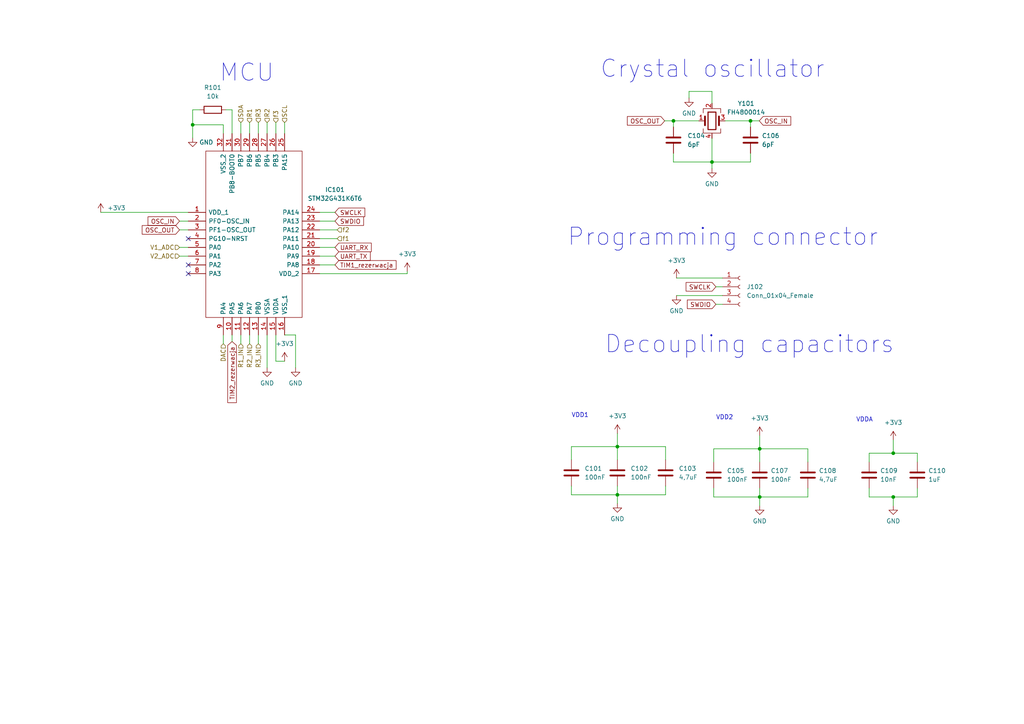
<source format=kicad_sch>
(kicad_sch (version 20211123) (generator eeschema)
  (paper "A4")
  (lib_symbols
    (symbol "Connector:Conn_01x04_Female" (pin_names (offset 1.016) hide)
      (property "Reference" "J" (at 0 5.08 0))
      (property "Value" "Conn_01x04_Female" (at 0 -7.62 0))
      (symbol "Conn_01x04_Female_1_1"
        (arc (start 0 -4.572) (mid -0.508 -5.08) (end 0 -5.588) (stroke (width 0.1524)))
        (arc (start 0 -2.032) (mid -0.508 -2.54) (end 0 -3.048) (stroke (width 0.1524)))
        (polyline (pts (xy -1.27 -5.08) (xy -0.508 -5.08)) (stroke (width 0.1524)))
        (polyline (pts (xy -1.27 -2.54) (xy -0.508 -2.54)) (stroke (width 0.1524)))
        (polyline (pts (xy -1.27 0) (xy -0.508 0)) (stroke (width 0.1524)))
        (polyline (pts (xy -1.27 2.54) (xy -0.508 2.54)) (stroke (width 0.1524)))
        (arc (start 0 0.508) (mid -0.508 0) (end 0 -0.508) (stroke (width 0.1524)))
        (arc (start 0 3.048) (mid -0.508 2.54) (end 0 2.032) (stroke (width 0.1524)))
        (pin passive line (at -5.08 2.54 0) (length 3.81) (name "Pin_1") (number "1"))
        (pin passive line (at -5.08 0 0) (length 3.81) (name "Pin_2") (number "2"))
        (pin passive line (at -5.08 -2.54 0) (length 3.81) (name "Pin_3") (number "3"))
        (pin passive line (at -5.08 -5.08 0) (length 3.81) (name "Pin_4") (number "4"))
      )
    )
    (symbol "Device:C" (pin_numbers hide) (pin_names (offset 0.254))
      (property "Reference" "C" (at 0.635 2.54 0))
      (property "Value" "C" (at 0.635 -2.54 0))
      (symbol "C_0_1"
        (polyline (pts (xy -2.032 -0.762) (xy 2.032 -0.762)) (stroke (width 0.508)))
        (polyline (pts (xy -2.032 0.762) (xy 2.032 0.762)) (stroke (width 0.508)))
      )
      (symbol "C_1_1"
        (pin passive line (at 0 3.81 270) (length 2.794) (name "~") (number "1"))
        (pin passive line (at 0 -3.81 90) (length 2.794) (name "~") (number "2"))
      )
    )
    (symbol "Device:Crystal_GND23" (pin_names (offset 1.016) hide)
      (property "Reference" "Y?" (at 10.668 3.5814 0))
      (property "Value" "Crystal_GND23" (at 12.7 1.27 0))
      (symbol "Crystal_GND23_0_1"
        (rectangle (start -1.143 2.54) (end 1.143 -2.54) (stroke (width 0.3048)))
        (polyline (pts (xy -2.54 0) (xy -2.032 0)))
        (polyline (pts (xy -2.032 -1.27) (xy -2.032 1.27)) (stroke (width 0.508)))
        (polyline (pts (xy 0 -3.81) (xy 0 -3.556)))
        (polyline (pts (xy 0 3.556) (xy 0 3.81)))
        (polyline (pts (xy 2.032 -1.27) (xy 2.032 1.27)) (stroke (width 0.508)))
        (polyline (pts (xy 2.032 0) (xy 2.54 0)))
        (polyline (pts (xy -2.54 -2.286) (xy -2.54 -3.556) (xy 2.54 -3.556) (xy 2.54 -2.286)))
        (polyline (pts (xy -2.54 2.286) (xy -2.54 3.556) (xy 2.54 3.556) (xy 2.54 2.286)))
      )
      (symbol "Crystal_GND23_1_1"
        (pin passive line (at -3.81 0 0) (length 1.27) (name "1") (number "1"))
        (pin passive line (at 0 5.08 270) (length 1.27) (name "2") (number "2"))
        (pin passive line (at 3.81 0 180) (length 1.27) (name "3") (number "3"))
        (pin passive line (at 0 -5.08 90) (length 1.27) (name "4") (number "4"))
      )
    )
    (symbol "Device:R" (pin_numbers hide) (pin_names (offset 0))
      (property "Reference" "R" (at 2.032 0 90))
      (property "Value" "R" (at 0 0 90))
      (symbol "R_0_1"
        (rectangle (start -1.016 -2.54) (end 1.016 2.54) (stroke (width 0.254)))
      )
      (symbol "R_1_1"
        (pin passive line (at 0 3.81 270) (length 1.27) (name "~") (number "1"))
        (pin passive line (at 0 -3.81 90) (length 1.27) (name "~") (number "2"))
      )
    )
    (symbol "SamacSys_Parts:STM32G431K6T6" (pin_names (offset 0.762))
      (property "Reference" "IC" (at 34.29 22.86 0))
      (property "Value" "STM32G431K6T6" (at 34.29 20.32 0))
      (symbol "STM32G431K6T6_0_0"
        (pin passive line (at 0 0 0) (length 5.08) (name "VDD_1") (number "1"))
        (pin passive line (at 12.7 -35.56 90) (length 5.08) (name "PA5") (number "10"))
        (pin passive line (at 15.24 -35.56 90) (length 5.08) (name "PA6") (number "11"))
        (pin passive line (at 17.78 -35.56 90) (length 5.08) (name "PA7") (number "12"))
        (pin passive line (at 20.32 -35.56 90) (length 5.08) (name "PB0") (number "13"))
        (pin passive line (at 22.86 -35.56 90) (length 5.08) (name "VSSA") (number "14"))
        (pin passive line (at 25.4 -35.56 90) (length 5.08) (name "VDDA") (number "15"))
        (pin passive line (at 27.94 -35.56 90) (length 5.08) (name "VSS_1") (number "16"))
        (pin passive line (at 38.1 -17.78 180) (length 5.08) (name "VDD_2") (number "17"))
        (pin passive line (at 38.1 -15.24 180) (length 5.08) (name "PA8") (number "18"))
        (pin passive line (at 38.1 -12.7 180) (length 5.08) (name "PA9") (number "19"))
        (pin passive line (at 0 -2.54 0) (length 5.08) (name "PF0-OSC_IN") (number "2"))
        (pin passive line (at 38.1 -10.16 180) (length 5.08) (name "PA10") (number "20"))
        (pin passive line (at 38.1 -7.62 180) (length 5.08) (name "PA11") (number "21"))
        (pin passive line (at 38.1 -5.08 180) (length 5.08) (name "PA12") (number "22"))
        (pin passive line (at 38.1 -2.54 180) (length 5.08) (name "PA13") (number "23"))
        (pin passive line (at 38.1 0 180) (length 5.08) (name "PA14") (number "24"))
        (pin passive line (at 27.94 22.86 270) (length 5.08) (name "PA15") (number "25"))
        (pin passive line (at 25.4 22.86 270) (length 5.08) (name "PB3") (number "26"))
        (pin passive line (at 22.86 22.86 270) (length 5.08) (name "PB4") (number "27"))
        (pin passive line (at 20.32 22.86 270) (length 5.08) (name "PB5") (number "28"))
        (pin passive line (at 17.78 22.86 270) (length 5.08) (name "PB6") (number "29"))
        (pin passive line (at 0 -5.08 0) (length 5.08) (name "PF1-OSC_OUT") (number "3"))
        (pin passive line (at 15.24 22.86 270) (length 5.08) (name "PB7") (number "30"))
        (pin passive line (at 12.7 22.86 270) (length 5.08) (name "PB8-BOOT0") (number "31"))
        (pin passive line (at 10.16 22.86 270) (length 5.08) (name "VSS_2") (number "32"))
        (pin passive line (at 0 -7.62 0) (length 5.08) (name "PG10-NRST") (number "4"))
        (pin passive line (at 0 -10.16 0) (length 5.08) (name "PA0") (number "5"))
        (pin passive line (at 0 -12.7 0) (length 5.08) (name "PA1") (number "6"))
        (pin passive line (at 0 -15.24 0) (length 5.08) (name "PA2") (number "7"))
        (pin passive line (at 0 -17.78 0) (length 5.08) (name "PA3") (number "8"))
        (pin passive line (at 10.16 -35.56 90) (length 5.08) (name "PA4") (number "9"))
      )
      (symbol "STM32G431K6T6_0_1"
        (polyline (pts (xy 5.08 17.78) (xy 33.02 17.78) (xy 33.02 -30.48) (xy 5.08 -30.48) (xy 5.08 17.78)) (stroke (width 0.1524)))
      )
    )
    (symbol "power:+3V3" (power) (pin_names (offset 0))
      (property "Value" "+3V3" (at 0 3.556 0))
      (symbol "+3V3_0_1"
        (polyline (pts (xy -0.762 1.27) (xy 0 2.54)))
        (polyline (pts (xy 0 0) (xy 0 2.54)))
        (polyline (pts (xy 0 2.54) (xy 0.762 1.27)))
      )
      (symbol "+3V3_1_1"
        (pin power_in line (at 0 0 90) (length 0) hide (name "+3V3") (number "1"))
      )
    )
    (symbol "power:GND" (power) (pin_names (offset 0))
      (property "Value" "GND" (at 0 -3.81 0))
      (symbol "GND_0_1"
        (polyline (pts (xy 0 0) (xy 0 -1.27) (xy 1.27 -1.27) (xy 0 -2.54) (xy -1.27 -1.27) (xy 0 -1.27)))
      )
      (symbol "GND_1_1"
        (pin power_in line (at 0 0 270) (length 0) hide (name "GND") (number "1"))
      )
    )
  )
  (junction (at 259.08 144.145))
  (junction (at 220.345 130.175))
  (junction (at 179.07 129.54))
  (junction (at 179.07 143.51))
  (junction (at 55.88 36.195))
  (junction (at 259.08 131.445))
  (junction (at 206.502 46.99))
  (junction (at 220.345 144.145))
  (junction (at 195.326 35.052))
  (junction (at 217.678 35.052))
  (no_connect (at 54.61 76.835))
  (no_connect (at 54.61 79.375))
  (no_connect (at 54.61 69.215))
  (wire (pts (xy 192.786 35.052) (xy 195.326 35.052)))
  (wire (pts (xy 220.345 141.605) (xy 220.345 144.145)))
  (wire (pts (xy 67.31 31.8516) (xy 65.532 31.8516)))
  (wire (pts (xy 207.01 130.175) (xy 220.345 130.175)))
  (wire (pts (xy 54.61 61.595) (xy 29.21 61.595)))
  (wire (pts (xy 217.678 35.052) (xy 217.678 36.83)))
  (wire (pts (xy 55.88 31.8516) (xy 55.88 36.195)))
  (wire (pts (xy 92.71 61.595) (xy 97.155 61.595)))
  (wire (pts (xy 165.735 133.35) (xy 165.735 129.54)))
  (wire (pts (xy 179.07 125.73) (xy 179.07 129.54)))
  (wire (pts (xy 217.678 35.052) (xy 210.312 35.052)))
  (wire (pts (xy 80.01 104.775) (xy 82.55 104.775)))
  (wire (pts (xy 207.01 144.145) (xy 220.345 144.145)))
  (wire (pts (xy 165.735 143.51) (xy 179.07 143.51)))
  (wire (pts (xy 234.315 130.175) (xy 234.315 133.985)))
  (wire (pts (xy 118.11 79.375) (xy 118.11 78.74)))
  (wire (pts (xy 72.39 35.56) (xy 72.39 38.735)))
  (wire (pts (xy 165.735 140.97) (xy 165.735 143.51)))
  (wire (pts (xy 193.04 129.54) (xy 193.04 133.35)))
  (wire (pts (xy 55.88 36.195) (xy 55.88 40.005)))
  (wire (pts (xy 69.85 35.56) (xy 69.85 38.735)))
  (wire (pts (xy 82.55 97.155) (xy 85.725 97.155)))
  (wire (pts (xy 74.93 35.56) (xy 74.93 38.735)))
  (wire (pts (xy 165.735 129.54) (xy 179.07 129.54)))
  (wire (pts (xy 206.502 26.5176) (xy 199.8472 26.5176)))
  (wire (pts (xy 64.77 36.195) (xy 64.77 38.735)))
  (wire (pts (xy 195.326 36.83) (xy 195.326 35.052)))
  (wire (pts (xy 77.47 35.56) (xy 77.47 38.735)))
  (wire (pts (xy 80.01 35.56) (xy 80.01 38.735)))
  (wire (pts (xy 179.07 129.54) (xy 179.07 133.35)))
  (wire (pts (xy 195.326 35.052) (xy 202.692 35.052)))
  (wire (pts (xy 69.85 97.155) (xy 69.85 99.695)))
  (wire (pts (xy 206.502 40.132) (xy 206.502 46.99)))
  (wire (pts (xy 199.8472 26.5176) (xy 199.8472 28.4226)))
  (wire (pts (xy 92.71 66.675) (xy 97.79 66.675)))
  (wire (pts (xy 252.095 133.985) (xy 252.095 131.445)))
  (wire (pts (xy 266.065 144.145) (xy 259.08 144.145)))
  (wire (pts (xy 234.315 144.145) (xy 220.345 144.145)))
  (wire (pts (xy 67.31 97.155) (xy 67.31 99.06)))
  (wire (pts (xy 195.326 46.99) (xy 206.502 46.99)))
  (wire (pts (xy 92.71 71.755) (xy 97.155 71.755)))
  (wire (pts (xy 207.645 88.265) (xy 209.55 88.265)))
  (wire (pts (xy 85.725 97.155) (xy 85.725 106.68)))
  (wire (pts (xy 92.71 64.135) (xy 97.155 64.135)))
  (wire (pts (xy 52.07 71.755) (xy 54.61 71.755)))
  (wire (pts (xy 179.07 140.97) (xy 179.07 143.51)))
  (wire (pts (xy 92.71 79.375) (xy 118.11 79.375)))
  (wire (pts (xy 179.07 143.51) (xy 179.07 146.05)))
  (wire (pts (xy 92.71 76.835) (xy 97.155 76.835)))
  (wire (pts (xy 52.07 64.135) (xy 54.61 64.135)))
  (wire (pts (xy 64.77 97.155) (xy 64.77 99.695)))
  (wire (pts (xy 193.04 140.97) (xy 193.04 143.51)))
  (wire (pts (xy 72.39 97.155) (xy 72.39 99.695)))
  (wire (pts (xy 52.07 74.295) (xy 54.61 74.295)))
  (wire (pts (xy 52.07 66.675) (xy 54.61 66.675)))
  (wire (pts (xy 196.215 80.645) (xy 209.55 80.645)))
  (wire (pts (xy 220.345 130.175) (xy 220.345 133.985)))
  (wire (pts (xy 266.065 141.605) (xy 266.065 144.145)))
  (wire (pts (xy 74.93 97.155) (xy 74.93 99.695)))
  (wire (pts (xy 77.47 97.155) (xy 77.47 106.68)))
  (wire (pts (xy 259.08 131.445) (xy 266.065 131.445)))
  (wire (pts (xy 206.502 46.99) (xy 206.502 48.895)))
  (wire (pts (xy 195.326 46.99) (xy 195.326 44.45)))
  (wire (pts (xy 193.04 143.51) (xy 179.07 143.51)))
  (wire (pts (xy 207.645 83.185) (xy 209.55 83.185)))
  (wire (pts (xy 252.095 144.145) (xy 252.095 141.605)))
  (wire (pts (xy 207.01 133.985) (xy 207.01 130.175)))
  (wire (pts (xy 266.065 131.445) (xy 266.065 133.985)))
  (wire (pts (xy 220.345 144.145) (xy 220.345 146.685)))
  (wire (pts (xy 207.01 141.605) (xy 207.01 144.145)))
  (wire (pts (xy 57.912 31.8516) (xy 55.88 31.8516)))
  (wire (pts (xy 67.31 31.8516) (xy 67.31 38.735)))
  (wire (pts (xy 259.08 144.145) (xy 252.095 144.145)))
  (wire (pts (xy 259.08 127.635) (xy 259.08 131.445)))
  (wire (pts (xy 252.095 131.445) (xy 259.08 131.445)))
  (wire (pts (xy 196.215 85.725) (xy 209.55 85.725)))
  (wire (pts (xy 82.55 35.56) (xy 82.55 38.735)))
  (wire (pts (xy 217.678 44.45) (xy 217.678 46.99)))
  (wire (pts (xy 220.345 126.365) (xy 220.345 130.175)))
  (wire (pts (xy 206.502 29.972) (xy 206.502 26.5176)))
  (wire (pts (xy 206.502 46.99) (xy 217.678 46.99)))
  (wire (pts (xy 92.71 74.295) (xy 97.155 74.295)))
  (wire (pts (xy 92.71 69.215) (xy 97.79 69.215)))
  (wire (pts (xy 234.315 141.605) (xy 234.315 144.145)))
  (wire (pts (xy 259.08 144.145) (xy 259.08 146.685)))
  (wire (pts (xy 179.07 129.54) (xy 193.04 129.54)))
  (wire (pts (xy 220.345 130.175) (xy 234.315 130.175)))
  (wire (pts (xy 80.01 97.155) (xy 80.01 104.775)))
  (wire (pts (xy 55.88 36.195) (xy 64.77 36.195)))
  (wire (pts (xy 220.218 35.052) (xy 217.678 35.052)))
  (text "VDD2\n" (at 207.645 121.92 0) (effects (font (size 1.27 1.27)) (justify left bottom)))
  (text "MCU" (at 63.5 24.13 0) (effects (font (size 5 5)) (justify left bottom)))
  (text "VDD1\n" (at 165.735 121.285 0) (effects (font (size 1.27 1.27)) (justify left bottom)))
  (text "VDDA\n" (at 248.285 122.555 0) (effects (font (size 1.27 1.27)) (justify left bottom)))
  (text "Decoupling capacitors\n" (at 175.26 102.87 0) (effects (font (size 5 5)) (justify left bottom)))
  (text "Crystal oscillator\n" (at 173.9392 23.0124 0) (effects (font (size 5 5)) (justify left bottom)))
  (text "Programming connector\n" (at 164.465 71.755 0) (effects (font (size 5 5)) (justify left bottom)))
  (global_label "SWDIO" (shape input) (at 97.155 64.135 0) (property "Intersheet References" "${INTERSHEET_REFS}" (effects hide)))
  (global_label "TIM1_rezerwacja" (shape input) (at 97.155 76.835 0) (property "Intersheet References" "${INTERSHEET_REFS}" (effects hide)))
  (global_label "OSC_IN" (shape input) (at 220.218 35.052 0) (property "Intersheet References" "${INTERSHEET_REFS}" (effects hide)))
  (global_label "OSC_OUT" (shape input) (at 192.786 35.052 180) (property "Intersheet References" "${INTERSHEET_REFS}" (effects hide)))
  (global_label "UART_TX" (shape input) (at 97.155 74.295 0) (property "Intersheet References" "${INTERSHEET_REFS}" (effects hide)))
  (global_label "SWDIO" (shape input) (at 207.645 88.265 180) (property "Intersheet References" "${INTERSHEET_REFS}" (effects hide)))
  (global_label "SWCLK" (shape input) (at 97.155 61.595 0) (property "Intersheet References" "${INTERSHEET_REFS}" (effects hide)))
  (global_label "TIM2_rezerwacja" (shape input) (at 67.31 99.06 270) (property "Intersheet References" "${INTERSHEET_REFS}" (effects hide)))
  (global_label "UART_RX" (shape input) (at 97.155 71.755 0) (property "Intersheet References" "${INTERSHEET_REFS}" (effects hide)))
  (global_label "OSC_OUT" (shape input) (at 52.07 66.675 180) (property "Intersheet References" "${INTERSHEET_REFS}" (effects hide)))
  (global_label "SWCLK" (shape input) (at 207.645 83.185 180) (property "Intersheet References" "${INTERSHEET_REFS}" (effects hide)))
  (global_label "OSC_IN" (shape input) (at 52.07 64.135 180) (property "Intersheet References" "${INTERSHEET_REFS}" (effects hide)))
  (hierarchical_label "V1_ADC" (shape input) (at 52.07 71.755 180))
  (hierarchical_label "SDA" (shape input) (at 69.85 35.56 90))
  (hierarchical_label "V2_ADC" (shape input) (at 52.07 74.295 180))
  (hierarchical_label "R1" (shape input) (at 72.39 35.56 90))
  (hierarchical_label "f2" (shape input) (at 97.79 66.675 0))
  (hierarchical_label "R3_IN" (shape input) (at 74.93 99.695 270))
  (hierarchical_label "R2_IN" (shape input) (at 72.39 99.695 270))
  (hierarchical_label "f3" (shape input) (at 80.01 35.56 90))
  (hierarchical_label "f1" (shape input) (at 97.79 69.215 0))
  (hierarchical_label "DAC" (shape input) (at 64.77 99.695 270))
  (hierarchical_label "R1_IN" (shape input) (at 69.85 99.695 270))
  (hierarchical_label "R3" (shape input) (at 74.93 35.56 90))
  (hierarchical_label "R2" (shape input) (at 77.47 35.56 90))
  (hierarchical_label "SCL" (shape input) (at 82.55 35.56 90))
  (symbol (lib_id "power:GND") (at 179.07 146.05 0) (unit 1)
    (property "Reference" "#PWR0109" (effects hide))
    (property "Value" "GND" (at 179.07 150.495 0))
  )
  (symbol (lib_id "power:+3V3") (at 220.345 126.365 0) (unit 1)
    (property "Reference" "#PWR0114" (effects hide))
    (property "Value" "+3V3" (at 220.345 121.285 0))
  )
  (symbol (lib_id "power:+3V3") (at 179.07 125.73 0) (unit 1)
    (property "Reference" "#PWR0108" (effects hide))
    (property "Value" "+3V3" (at 179.07 120.65 0))
  )
  (symbol (lib_id "power:GND") (at 206.502 48.895 0) (unit 1)
    (property "Reference" "#PWR0113" (effects hide))
    (property "Value" "GND" (at 206.502 53.34 0))
  )
  (symbol (lib_id "power:+3V3") (at 29.21 61.595 0) (unit 1)
    (property "Reference" "#PWR0102" (effects hide))
    (property "Value" "+3V3" (at 31.115 60.3249 0) (effects (justify left)))
  )
  (symbol (lib_id "Device:C") (at 165.735 137.16 0) (unit 1)
    (property "Reference" "C101" (at 169.545 135.8899 0) (effects (justify left)))
    (property "Value" "100nF" (at 169.545 138.4299 0) (effects (justify left)))
    (property "Footprint" "Capacitor_SMD:C_1206_3216Metric" (effects hide))
  )
  (symbol (lib_id "Device:C") (at 179.07 137.16 0) (unit 1)
    (property "Reference" "C102" (at 182.88 135.8899 0) (effects (justify left)))
    (property "Value" "100nF" (at 182.88 138.4299 0) (effects (justify left)))
    (property "Footprint" "Capacitor_SMD:C_1206_3216Metric" (effects hide))
  )
  (symbol (lib_id "power:GND") (at 199.8472 28.4226 0) (unit 1)
    (property "Reference" "#PWR0112" (effects hide))
    (property "Value" "GND" (at 199.8472 32.8676 0))
  )
  (symbol (lib_id "power:+3V3") (at 82.55 104.775 0) (unit 1)
    (property "Reference" "#PWR0105" (effects hide))
    (property "Value" "+3V3" (at 82.55 99.695 0))
  )
  (symbol (lib_id "power:+3V3") (at 118.11 78.74 0) (unit 1)
    (property "Reference" "#PWR0107" (effects hide))
    (property "Value" "+3V3" (at 118.11 73.66 0))
  )
  (symbol (lib_id "power:GND") (at 259.08 146.685 0) (unit 1)
    (property "Reference" "#PWR0117" (effects hide))
    (property "Value" "GND" (at 259.08 151.13 0))
  )
  (symbol (lib_id "Device:C") (at 217.678 40.64 0) (unit 1)
    (property "Reference" "C106" (at 220.98 39.3699 0) (effects (justify left)))
    (property "Value" "6pF" (at 220.98 41.9099 0) (effects (justify left)))
    (property "Footprint" "Capacitor_SMD:C_1206_3216Metric" (effects hide))
  )
  (symbol (lib_id "power:GND") (at 196.215 85.725 0) (unit 1)
    (property "Reference" "#PWR0111" (effects hide))
    (property "Value" "GND" (at 196.215 90.17 0))
  )
  (symbol (lib_id "Device:C") (at 252.095 137.795 0) (unit 1)
    (property "Reference" "C109" (at 255.27 136.5249 0) (effects (justify left)))
    (property "Value" "10nF" (at 255.27 139.0649 0) (effects (justify left)))
    (property "Footprint" "Capacitor_SMD:C_1206_3216Metric" (effects hide))
  )
  (symbol (lib_id "Device:C") (at 220.345 137.795 0) (unit 1)
    (property "Reference" "C107" (at 223.52 136.5249 0) (effects (justify left)))
    (property "Value" "100nF" (at 223.52 139.0649 0) (effects (justify left)))
    (property "Footprint" "Capacitor_SMD:C_1206_3216Metric" (effects hide))
  )
  (symbol (lib_id "Device:C") (at 193.04 137.16 0) (unit 1)
    (property "Reference" "C103" (at 196.85 135.8899 0) (effects (justify left)))
    (property "Value" "4,7uF" (at 196.85 138.4299 0) (effects (justify left)))
    (property "Footprint" "Capacitor_SMD:C_1206_3216Metric" (effects hide))
  )
  (symbol (lib_id "Device:R") (at 61.722 31.8516 90) (unit 1)
    (property "Reference" "R101" (at 61.722 25.4 90))
    (property "Value" "10k" (at 61.722 27.94 90))
    (property "Footprint" "Resistor_SMD:R_1206_3216Metric" (effects hide))
  )
  (symbol (lib_id "Device:C") (at 207.01 137.795 0) (unit 1)
    (property "Reference" "C105" (at 210.82 136.5249 0) (effects (justify left)))
    (property "Value" "100nF" (at 210.82 139.0649 0) (effects (justify left)))
    (property "Footprint" "Capacitor_SMD:C_1206_3216Metric" (effects hide))
  )
  (symbol (lib_id "Connector:Conn_01x04_Female") (at 214.63 83.185 0) (unit 1)
    (property "Reference" "J102" (at 216.535 83.1849 0) (effects (justify left)))
    (property "Value" "Conn_01x04_Female" (at 216.535 85.7249 0) (effects (justify left)))
    (property "Footprint" "Connector_PinHeader_2.54mm:PinHeader_1x04_P2.54mm_Vertical_SMD_Pin1Left" (effects hide))
  )
  (symbol (lib_id "power:GND") (at 77.47 106.68 0) (unit 1)
    (property "Reference" "#PWR0104" (effects hide))
    (property "Value" "GND" (at 77.47 111.125 0))
  )
  (symbol (lib_id "SamacSys_Parts:STM32G431K6T6") (at 54.61 61.595 0) (unit 1)
    (property "Reference" "IC101" (at 97.155 55.0162 0))
    (property "Value" "STM32G431K6T6" (at 97.155 57.5562 0))
    (property "Footprint" "QFP80P900X900X160-32N" (effects hide))
    (property "Datasheet" "https://www.st.com/resource/en/datasheet/stm32g431k6.pdf" (effects hide))
    (property "Description" "ARM Microcontrollers - MCU 16/32-BITS MICROS" (effects hide))
    (property "Height" "1.6" (effects hide))
    (property "Manufacturer_Name" "STMicroelectronics" (effects hide))
    (property "Manufacturer_Part_Number" "STM32G431K6T6" (effects hide))
    (property "Mouser Part Number" "511-STM32G431K6T6" (effects hide))
    (property "Mouser Price/Stock" "https://www.mouser.co.uk/ProductDetail/STMicroelectronics/STM32G431K6T6?qs=sPbYRqrBIVm9zNbIq2fwdA%3D%3D" (effects hide))
  )
  (symbol (lib_id "Device:C") (at 195.326 40.64 0) (unit 1)
    (property "Reference" "C104" (at 199.39 39.3699 0) (effects (justify left)))
    (property "Value" "6pF" (at 199.39 41.9099 0) (effects (justify left)))
    (property "Footprint" "Capacitor_SMD:C_1206_3216Metric" (effects hide))
  )
  (symbol (lib_id "power:+3V3") (at 259.08 127.635 0) (unit 1)
    (property "Reference" "#PWR0116" (effects hide))
    (property "Value" "+3V3" (at 259.08 122.555 0))
  )
  (symbol (lib_id "Device:C") (at 234.315 137.795 0) (unit 1)
    (property "Reference" "C108" (at 237.49 136.5249 0) (effects (justify left)))
    (property "Value" "4,7uF" (at 237.49 139.0649 0) (effects (justify left)))
    (property "Footprint" "Capacitor_SMD:C_1206_3216Metric" (effects hide))
  )
  (symbol (lib_id "power:GND") (at 55.88 40.005 0) (unit 1)
    (property "Reference" "#PWR0103" (effects hide))
    (property "Value" "GND" (at 57.785 41.2749 0) (effects (justify left)))
  )
  (symbol (lib_id "Device:Crystal_GND23") (at 206.502 35.052 0) (unit 1)
    (property "Reference" "Y101" (at 216.408 30.0228 0))
    (property "Value" "FH4800014" (at 216.408 32.5628 0))
    (property "Footprint" "SamacSys_Parts:FH4800014" (effects hide))
  )
  (symbol (lib_id "power:+3V3") (at 196.215 80.645 0) (unit 1)
    (property "Reference" "#PWR0110" (effects hide))
    (property "Value" "+3V3" (at 196.215 75.565 0))
  )
  (symbol (lib_id "Device:C") (at 266.065 137.795 0) (unit 1)
    (property "Reference" "C110" (at 269.24 136.5249 0) (effects (justify left)))
    (property "Value" "1uF" (at 269.24 139.0649 0) (effects (justify left)))
    (property "Footprint" "Capacitor_SMD:C_1206_3216Metric" (effects hide))
  )
  (symbol (lib_id "power:GND") (at 220.345 146.685 0) (unit 1)
    (property "Reference" "#PWR0115" (effects hide))
    (property "Value" "GND" (at 220.345 151.13 0))
  )
  (symbol (lib_id "power:GND") (at 85.725 106.68 0) (unit 1)
    (property "Reference" "#PWR0106" (effects hide))
    (property "Value" "GND" (at 85.725 111.125 0))
  )
)
</source>
